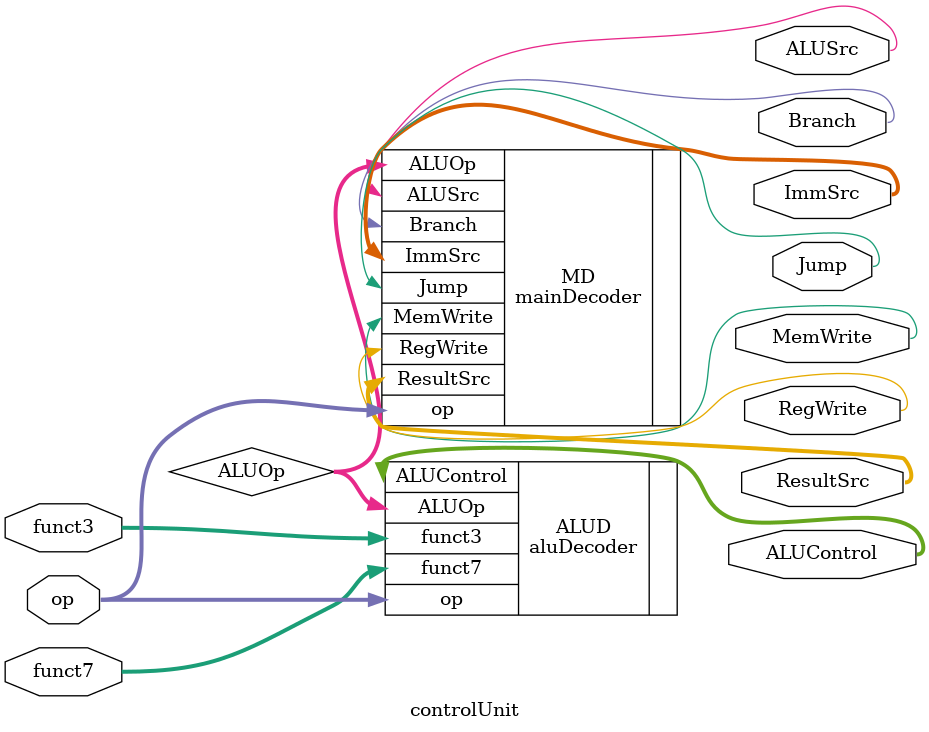
<source format=v>
module controlUnit(op,RegWrite,ImmSrc,ALUSrc,MemWrite,ResultSrc,Branch,funct3,funct7,ALUControl,Jump);

    input [6:0]op,funct7;
    input [2:0]funct3;
    output RegWrite,ALUSrc,MemWrite,Branch,Jump;
    output [1:0] ResultSrc;
    output [1:0] ImmSrc;
    output [2:0] ALUControl;

    wire [1:0] ALUOp;

    mainDecoder MD(
                .op(op),
                .RegWrite(RegWrite),
                .ImmSrc(ImmSrc),
                .MemWrite(MemWrite),
                .ResultSrc(ResultSrc),
                .Branch(Branch),
                .Jump(Jump),
                .ALUSrc(ALUSrc),
                .ALUOp(ALUOp)
    );

    aluDecoder ALUD(
                            .ALUOp(ALUOp),
                            .funct3(funct3),
                            .funct7(funct7),
                            .op(op),
                            .ALUControl(ALUControl)
    );


endmodule
</source>
